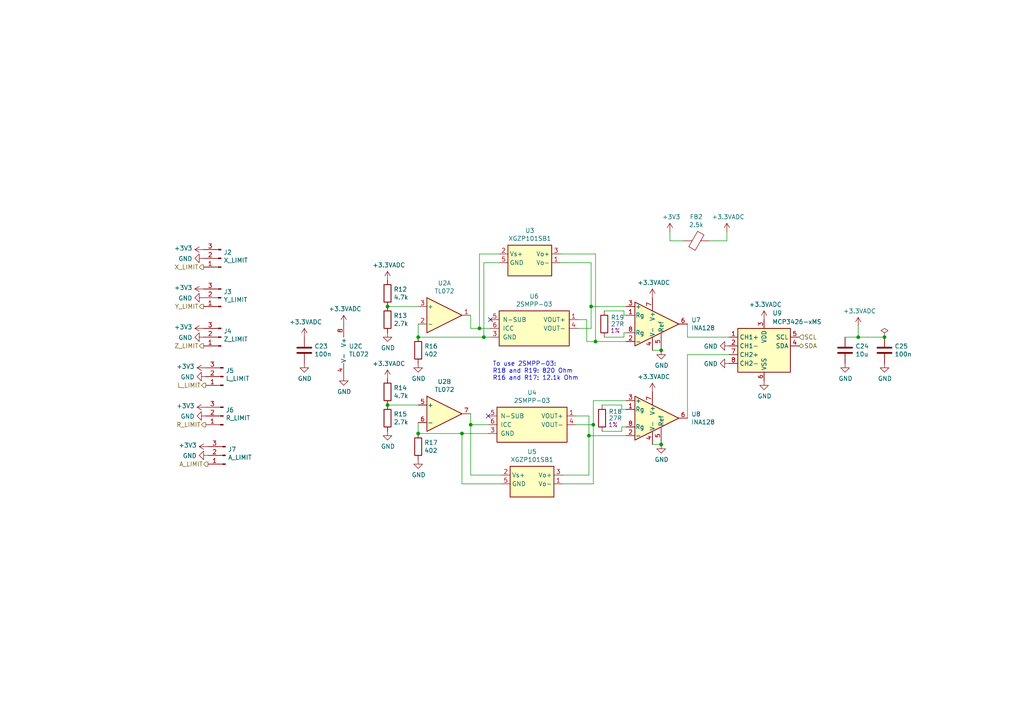
<source format=kicad_sch>
(kicad_sch (version 20211123) (generator eeschema)
  (paper "A4")
  (title_block (title "Index Mobo") (date "2021-02-19") (rev "${version}"))
  (lib_symbols
    (symbol "Amplifier_Instrumentation:INA128" (pin_names (offset 0.127))
      (property "Reference" "U" (at 3.81 3.175 0))
      (property "Value" "INA128" (at 3.81 -3.175 0))
      (symbol "INA128_0_1"
        (polyline (pts (xy 7.62 0) (xy -5.08 6.35) (xy -5.08 -6.35) (xy 7.62 0)) (stroke (width 0.254)) (fill (type background)))
      )
      (symbol "INA128_1_1"
        (pin passive line (at -7.62 2.54 0) (length 2.54) (name "Rg") (number "1"))
        (pin input line (at -7.62 -5.08 0) (length 2.54) (name "-") (number "2"))
        (pin input line (at -7.62 5.08 0) (length 2.54) (name "+") (number "3"))
        (pin power_in line (at 0 -7.62 90) (length 3.81) (name "V-") (number "4"))
        (pin input line (at 2.54 -7.62 90) (length 5.08) (name "Ref") (number "5"))
        (pin output line (at 10.16 0 180) (length 2.54) (name "~") (number "6"))
        (pin power_in line (at 0 7.62 270) (length 3.81) (name "V+") (number "7"))
        (pin passive line (at -7.62 -2.54 0) (length 2.54) (name "Rg") (number "8"))
      )
    )
    (symbol "Amplifier_Operational:TL072" (pin_names (offset 0.127))
      (property "Reference" "U" (at 0 5.08 0))
      (property "Value" "TL072" (at 0 -5.08 0))
      (symbol "TL072_1_1"
        (polyline (pts (xy -5.08 5.08) (xy 5.08 0) (xy -5.08 -5.08) (xy -5.08 5.08)) (stroke (width 0.254)) (fill (type background)))
        (pin output line (at 7.62 0 180) (length 2.54) (name "~") (number "1"))
        (pin input line (at -7.62 -2.54 0) (length 2.54) (name "-") (number "2"))
        (pin input line (at -7.62 2.54 0) (length 2.54) (name "+") (number "3"))
      )
      (symbol "TL072_2_1"
        (polyline (pts (xy -5.08 5.08) (xy 5.08 0) (xy -5.08 -5.08) (xy -5.08 5.08)) (stroke (width 0.254)) (fill (type background)))
        (pin input line (at -7.62 2.54 0) (length 2.54) (name "+") (number "5"))
        (pin input line (at -7.62 -2.54 0) (length 2.54) (name "-") (number "6"))
        (pin output line (at 7.62 0 180) (length 2.54) (name "~") (number "7"))
      )
      (symbol "TL072_3_1"
        (pin power_in line (at -2.54 -7.62 90) (length 3.81) (name "V-") (number "4"))
        (pin power_in line (at -2.54 7.62 270) (length 3.81) (name "V+") (number "8"))
      )
    )
    (symbol "Analog_ADC:MCP3426-xMS"
      (property "Reference" "U" (at -3.81 8.89 0))
      (property "Value" "MCP3426-xMS" (at 2.54 8.89 0))
      (symbol "MCP3426-xMS_0_1"
        (rectangle (start -7.62 7.62) (end 7.62 -5.08) (stroke (width 0.254)) (fill (type background)))
      )
      (symbol "MCP3426-xMS_1_1"
        (pin input line (at -10.16 5.08 0) (length 2.54) (name "CH1+") (number "1"))
        (pin input line (at -10.16 2.54 0) (length 2.54) (name "CH1-") (number "2"))
        (pin power_in line (at 0 10.16 270) (length 2.54) (name "VDD") (number "3"))
        (pin bidirectional line (at 10.16 2.54 180) (length 2.54) (name "SDA") (number "4"))
        (pin input line (at 10.16 5.08 180) (length 2.54) (name "SCL") (number "5"))
        (pin power_in line (at 0 -7.62 90) (length 2.54) (name "VSS") (number "6"))
        (pin input line (at -10.16 0 0) (length 2.54) (name "CH2+") (number "7"))
        (pin input line (at -10.16 -2.54 0) (length 2.54) (name "CH2-") (number "8"))
      )
    )
    (symbol "Connector:Conn_01x03_Male" (pin_names (offset 1.016) hide)
      (property "Reference" "J" (at 0 5.08 0))
      (property "Value" "Conn_01x03_Male" (at 0 -5.08 0))
      (symbol "Conn_01x03_Male_1_1"
        (polyline (pts (xy 1.27 -2.54) (xy 0.8636 -2.54)) (stroke (width 0.1524)))
        (polyline (pts (xy 1.27 0) (xy 0.8636 0)) (stroke (width 0.1524)))
        (polyline (pts (xy 1.27 2.54) (xy 0.8636 2.54)) (stroke (width 0.1524)))
        (rectangle (start 0.8636 -2.413) (end 0 -2.667) (stroke (width 0.1524)) (fill (type outline)))
        (rectangle (start 0.8636 0.127) (end 0 -0.127) (stroke (width 0.1524)) (fill (type outline)))
        (rectangle (start 0.8636 2.667) (end 0 2.413) (stroke (width 0.1524)) (fill (type outline)))
        (pin passive line (at 5.08 2.54 180) (length 3.81) (name "Pin_1") (number "1"))
        (pin passive line (at 5.08 0 180) (length 3.81) (name "Pin_2") (number "2"))
        (pin passive line (at 5.08 -2.54 180) (length 3.81) (name "Pin_3") (number "3"))
      )
    )
    (symbol "Device:C" (pin_numbers hide) (pin_names (offset 0.254))
      (property "Reference" "C" (at 0.635 2.54 0))
      (property "Value" "C" (at 0.635 -2.54 0))
      (symbol "C_0_1"
        (polyline (pts (xy -2.032 -0.762) (xy 2.032 -0.762)) (stroke (width 0.508)))
        (polyline (pts (xy -2.032 0.762) (xy 2.032 0.762)) (stroke (width 0.508)))
      )
      (symbol "C_1_1"
        (pin passive line (at 0 3.81 270) (length 2.794) (name "~") (number "1"))
        (pin passive line (at 0 -3.81 90) (length 2.794) (name "~") (number "2"))
      )
    )
    (symbol "Device:Ferrite_Bead" (pin_numbers hide) (pin_names (offset 0))
      (property "Reference" "FB" (at -3.81 0.635 90))
      (property "Value" "Device_Ferrite_Bead" (at 3.81 0 90))
      (symbol "Ferrite_Bead_0_1"
        (polyline (pts (xy 0 -1.27) (xy 0 -1.2192)))
        (polyline (pts (xy 0 1.27) (xy 0 1.2954)))
        (polyline (pts (xy -2.7686 0.4064) (xy -1.7018 2.2606) (xy 2.7686 -0.3048) (xy 1.6764 -2.159) (xy -2.7686 0.4064)))
      )
      (symbol "Ferrite_Bead_1_1"
        (pin passive line (at 0 3.81 270) (length 2.54) (name "~") (number "1"))
        (pin passive line (at 0 -3.81 90) (length 2.54) (name "~") (number "2"))
      )
    )
    (symbol "Device:R" (pin_numbers hide) (pin_names (offset 0))
      (property "Reference" "R" (at 2.032 0 90))
      (property "Value" "R" (at 0 0 90))
      (symbol "R_0_1"
        (rectangle (start -1.016 -2.54) (end 1.016 2.54) (stroke (width 0.254)))
      )
      (symbol "R_1_1"
        (pin passive line (at 0 3.81 270) (length 1.27) (name "~") (number "1"))
        (pin passive line (at 0 -3.81 90) (length 1.27) (name "~") (number "2"))
      )
    )
    (symbol "index:2SMPP-03" (pin_names (offset 1.016))
      (property "Reference" "U" (at -8.89 6.35 0))
      (property "Value" "2SMPP-03" (at 5.08 7.62 0))
      (symbol "2SMPP-03_0_1"
        (rectangle (start -10.16 5.08) (end 10.16 -5.08) (stroke (width 0.254)) (fill (type background)))
      )
      (symbol "2SMPP-03_1_1"
        (pin output line (at 12.7 2.54 180) (length 2.54) (name "VOUT+") (number "1"))
        (pin no_connect line (at -10.16 -2.54 0) (length 2.54) hide (name "NC") (number "2"))
        (pin passive line (at -12.7 -2.54 0) (length 2.54) (name "GND") (number "3"))
        (pin output line (at 12.7 0 180) (length 2.54) (name "VOUT-") (number "4"))
        (pin passive line (at -12.7 2.54 0) (length 2.54) (name "N-SUB") (number "5"))
        (pin passive line (at -12.7 0 0) (length 2.54) (name "ICC") (number "6"))
      )
    )
    (symbol "index:XGZP"
      (property "Reference" "U" (at 3.81 -8.89 0))
      (property "Value" "XGZP" (at 5.08 -6.35 0))
      (symbol "XGZP_0_1"
        (rectangle (start -6.35 5.08) (end 6.35 -3.81) (stroke (width 0.254)) (fill (type background)))
      )
      (symbol "XGZP_1_1"
        (pin passive line (at 8.89 0 180) (length 2.54) (name "Vo-") (number "1"))
        (pin input line (at -8.89 2.54 0) (length 2.54) (name "Vs+") (number "2"))
        (pin passive line (at 8.89 2.54 180) (length 2.54) (name "Vo+") (number "3"))
        (pin input line (at -8.89 0 0) (length 2.54) (name "GND") (number "5"))
        (pin passive line (at 8.89 0 180) (length 2.54) hide (name "Vo-") (number "6"))
      )
    )
    (symbol "power:+3.3V" (power) (pin_names (offset 0))
      (property "Value" "+3.3V" (at 0 3.556 0))
      (symbol "+3.3V_0_1"
        (polyline (pts (xy -0.762 1.27) (xy 0 2.54)))
        (polyline (pts (xy 0 0) (xy 0 2.54)))
        (polyline (pts (xy 0 2.54) (xy 0.762 1.27)))
      )
      (symbol "+3.3V_1_1"
        (pin power_in line (at 0 0 90) (length 0) hide (name "+3V3") (number "1"))
      )
    )
    (symbol "power:+3.3VADC" (power) (pin_names (offset 0))
      (property "Value" "+3.3VADC" (at 0 2.54 0))
      (symbol "+3.3VADC_0_0"
        (pin power_in line (at 0 0 90) (length 0) hide (name "+3.3VADC") (number "1"))
      )
      (symbol "+3.3VADC_0_1"
        (polyline (pts (xy -0.762 1.27) (xy 0 2.54)))
        (polyline (pts (xy 0 0) (xy 0 2.54)))
        (polyline (pts (xy 0 2.54) (xy 0.762 1.27)))
      )
    )
    (symbol "power:GND" (power) (pin_names (offset 0))
      (property "Value" "GND" (at 0 -3.81 0))
      (symbol "GND_0_1"
        (polyline (pts (xy 0 0) (xy 0 -1.27) (xy 1.27 -1.27) (xy 0 -2.54) (xy -1.27 -1.27) (xy 0 -1.27)))
      )
      (symbol "GND_1_1"
        (pin power_in line (at 0 0 270) (length 0) hide (name "GND") (number "1"))
      )
    )
    (symbol "power:PWR_FLAG" (power) (pin_numbers hide) (pin_names (offset 0) hide)
      (property "Value" "PWR_FLAG" (at 0 3.81 0))
      (symbol "PWR_FLAG_0_0"
        (pin power_out line (at 0 0 90) (length 0) (name "pwr") (number "1"))
      )
      (symbol "PWR_FLAG_0_1"
        (polyline (pts (xy 0 0) (xy 0 1.27) (xy -1.016 1.905) (xy 0 2.54) (xy 1.016 1.905) (xy 0 1.27)))
      )
    )
  )
  (junction (at 248.92 97.79))
  (junction (at 256.54 97.79))
  (junction (at 170.815 126.365))
  (junction (at 191.77 101.6))
  (junction (at 136.525 123.19))
  (junction (at 133.985 125.73))
  (junction (at 171.45 88.9))
  (junction (at 121.285 125.73))
  (junction (at 140.335 97.79))
  (junction (at 191.77 128.905))
  (junction (at 112.395 88.9))
  (junction (at 112.395 117.475))
  (junction (at 172.72 99.06))
  (junction (at 139.065 95.25))
  (junction (at 172.085 123.19))
  (junction (at 121.285 97.79))
  (no_connect (at 141.605 120.65))
  (no_connect (at 142.24 92.71))
  (wire (pts (xy 180.975 91.44) (xy 181.61 91.44)))
  (wire (pts (xy 171.45 95.25) (xy 171.45 88.9)))
  (wire (pts (xy 245.11 97.79) (xy 248.92 97.79)))
  (wire (pts (xy 170.815 120.65) (xy 170.815 126.365)))
  (wire (pts (xy 174.625 117.475) (xy 180.34 117.475)))
  (wire (pts (xy 170.815 126.365) (xy 181.61 126.365)))
  (wire (pts (xy 136.525 91.44) (xy 136.525 95.25)))
  (wire (pts (xy 140.335 76.2) (xy 140.335 97.79)))
  (wire (pts (xy 211.455 102.87) (xy 199.39 102.87)))
  (wire (pts (xy 180.975 96.52) (xy 181.61 96.52)))
  (wire (pts (xy 170.18 99.06) (xy 172.72 99.06)))
  (wire (pts (xy 180.975 90.17) (xy 180.975 91.44)))
  (wire (pts (xy 248.92 97.79) (xy 256.54 97.79)))
  (wire (pts (xy 172.72 99.06) (xy 181.61 99.06)))
  (wire (pts (xy 163.195 137.795) (xy 170.815 137.795)))
  (wire (pts (xy 172.085 116.205) (xy 181.61 116.205)))
  (wire (pts (xy 199.39 121.285) (xy 199.39 102.87)))
  (wire (pts (xy 194.31 67.31) (xy 194.31 69.85)))
  (wire (pts (xy 139.065 73.66) (xy 139.065 95.25)))
  (wire (pts (xy 191.77 128.905) (xy 189.23 128.905)))
  (wire (pts (xy 133.985 140.335) (xy 133.985 125.73)))
  (wire (pts (xy 170.18 92.71) (xy 170.18 99.06)))
  (wire (pts (xy 167.64 95.25) (xy 171.45 95.25)))
  (wire (pts (xy 191.77 101.6) (xy 189.23 101.6)))
  (wire (pts (xy 180.34 117.475) (xy 180.34 118.745)))
  (wire (pts (xy 162.56 76.2) (xy 171.45 76.2)))
  (wire (pts (xy 170.815 137.795) (xy 170.815 126.365)))
  (wire (pts (xy 180.34 123.825) (xy 180.34 125.095)))
  (wire (pts (xy 142.24 97.79) (xy 140.335 97.79)))
  (wire (pts (xy 162.56 73.66) (xy 172.72 73.66)))
  (wire (pts (xy 175.26 90.17) (xy 180.975 90.17)))
  (wire (pts (xy 210.82 69.85) (xy 205.74 69.85)))
  (wire (pts (xy 133.985 125.73) (xy 141.605 125.73)))
  (wire (pts (xy 180.34 125.095) (xy 174.625 125.095)))
  (wire (pts (xy 136.525 95.25) (xy 139.065 95.25)))
  (wire (pts (xy 121.285 125.73) (xy 121.285 122.555)))
  (wire (pts (xy 167.64 92.71) (xy 170.18 92.71)))
  (wire (pts (xy 121.285 88.9) (xy 112.395 88.9)))
  (wire (pts (xy 211.455 97.79) (xy 199.39 97.79)))
  (wire (pts (xy 139.065 73.66) (xy 144.78 73.66)))
  (wire (pts (xy 140.335 97.79) (xy 121.285 97.79)))
  (wire (pts (xy 167.005 123.19) (xy 172.085 123.19)))
  (wire (pts (xy 180.34 118.745) (xy 181.61 118.745)))
  (wire (pts (xy 136.525 137.795) (xy 136.525 123.19)))
  (wire (pts (xy 145.415 137.795) (xy 136.525 137.795)))
  (wire (pts (xy 194.31 69.85) (xy 198.12 69.85)))
  (wire (pts (xy 199.39 93.98) (xy 199.39 97.79)))
  (wire (pts (xy 172.085 123.19) (xy 172.085 116.205)))
  (wire (pts (xy 139.065 95.25) (xy 142.24 95.25)))
  (wire (pts (xy 248.92 94.615) (xy 248.92 97.79)))
  (wire (pts (xy 180.34 123.825) (xy 181.61 123.825)))
  (wire (pts (xy 136.525 123.19) (xy 141.605 123.19)))
  (wire (pts (xy 167.005 120.65) (xy 170.815 120.65)))
  (wire (pts (xy 180.975 96.52) (xy 180.975 97.79)))
  (wire (pts (xy 210.82 67.31) (xy 210.82 69.85)))
  (wire (pts (xy 172.085 140.335) (xy 172.085 123.19)))
  (wire (pts (xy 171.45 76.2) (xy 171.45 88.9)))
  (wire (pts (xy 171.45 88.9) (xy 181.61 88.9)))
  (wire (pts (xy 145.415 140.335) (xy 133.985 140.335)))
  (wire (pts (xy 121.285 125.73) (xy 133.985 125.73)))
  (wire (pts (xy 121.285 93.98) (xy 121.285 97.79)))
  (wire (pts (xy 172.72 73.66) (xy 172.72 99.06)))
  (wire (pts (xy 180.975 97.79) (xy 175.26 97.79)))
  (wire (pts (xy 140.335 76.2) (xy 144.78 76.2)))
  (wire (pts (xy 163.195 140.335) (xy 172.085 140.335)))
  (wire (pts (xy 136.525 120.015) (xy 136.525 123.19)))
  (wire (pts (xy 121.285 117.475) (xy 112.395 117.475)))
  (text "To use 2SMPP-03:\nR18 and R19: 820 Ohm\nR16 and R17: 12.1k Ohm" (at 142.875 110.49 0) (effects (font (size 1.27 1.27)) (justify left bottom)))
  (hierarchical_label "Y_LIMIT" (shape output) (at 59.055 88.9 180))
  (hierarchical_label "SDA" (shape bidirectional) (at 231.775 100.33 0))
  (hierarchical_label "A_LIMIT" (shape output) (at 60.325 134.62 180))
  (hierarchical_label "Z_LIMIT" (shape output) (at 59.055 100.33 180))
  (hierarchical_label "SCL" (shape input) (at 231.775 97.79 0))
  (hierarchical_label "R_LIMIT" (shape output) (at 59.69 123.19 180))
  (hierarchical_label "L_LIMIT" (shape output) (at 59.69 111.76 180))
  (hierarchical_label "X_LIMIT" (shape output) (at 59.055 77.47 180))
  (symbol (lib_id "Connector:Conn_01x03_Male") (at 64.135 74.93 180) (unit 1)
    (property "Reference" "J2" (at 64.8462 73.2028 0) (effects (justify right)))
    (property "Value" "X_LIMIT" (at 64.8462 75.5142 0) (effects (justify right)))
    (property "Footprint" "Connector_JST:JST_XH_B3B-XH-A_1x03_P2.50mm_Vertical" (effects hide))
    (property "LCSC" "C2316" (effects hide))
    (property "JLCPCB" "C2316" (effects hide))
    (property "Digikey" "455-2248-ND" (effects hide))
  )
  (symbol (lib_id "Connector:Conn_01x03_Male") (at 64.135 86.36 180) (unit 1)
    (property "Reference" "J3" (at 64.8462 84.6328 0) (effects (justify right)))
    (property "Value" "Y_LIMIT" (at 64.8462 86.9442 0) (effects (justify right)))
    (property "Footprint" "Connector_JST:JST_XH_B3B-XH-A_1x03_P2.50mm_Vertical" (effects hide))
    (property "LCSC" "C2316" (effects hide))
    (property "JLCPCB" "C2316" (effects hide))
    (property "Digikey" "455-2248-ND" (effects hide))
  )
  (symbol (lib_id "Connector:Conn_01x03_Male") (at 64.135 97.79 180) (unit 1)
    (property "Reference" "J4" (at 64.8462 96.0628 0) (effects (justify right)))
    (property "Value" "Z_LIMIT" (at 64.8462 98.3742 0) (effects (justify right)))
    (property "Footprint" "Connector_JST:JST_XH_B3B-XH-A_1x03_P2.50mm_Vertical" (effects hide))
    (property "LCSC" "C2316" (effects hide))
    (property "JLCPCB" "C2316" (effects hide))
    (property "Digikey" "455-2248-ND" (effects hide))
  )
  (symbol (lib_id "Connector:Conn_01x03_Male") (at 64.77 109.22 180) (unit 1)
    (property "Reference" "J5" (at 65.4812 107.4928 0) (effects (justify right)))
    (property "Value" "L_LIMIT" (at 65.4812 109.8042 0) (effects (justify right)))
    (property "Footprint" "Connector_JST:JST_XH_B3B-XH-A_1x03_P2.50mm_Vertical" (effects hide))
    (property "LCSC" "C2316" (effects hide))
    (property "JLCPCB" "C2316" (effects hide))
    (property "Digikey" "455-2248-ND" (effects hide))
  )
  (symbol (lib_id "power:GND") (at 112.395 125.095 0) (unit 1)
    (property "Reference" "#PWR0102" (effects hide))
    (property "Value" "GND" (at 112.522 129.4892 0))
  )
  (symbol (lib_id "index:2SMPP-03") (at 154.305 123.19 0) (unit 1)
    (property "Reference" "U4" (at 154.305 113.8682 0))
    (property "Value" "2SMPP-03" (at 154.305 116.1796 0))
    (property "Footprint" "index:2SMPP-03" (effects hide))
    (property "Datasheet" "https://omronfs.omron.com/en_US/ecb/products/pdf/en-2smpp-03.pdf" (effects hide))
    (property "Mouser" "653-2SMPP-03" (effects hide))
    (property "Config" "+2SMPP" (effects hide))
    (property "Digikey" "Z3639-ND" (effects hide))
  )
  (symbol (lib_id "Amplifier_Instrumentation:INA128") (at 189.23 93.98 0) (unit 1)
    (property "Reference" "U7" (at 200.5076 92.8116 0) (effects (justify left)))
    (property "Value" "INA128" (at 200.5076 95.123 0) (effects (justify left)))
    (property "Footprint" "Package_SO:SOIC-8_3.9x4.9mm_P1.27mm" (effects hide))
    (property "Datasheet" "http://www.ti.com/lit/ds/symlink/ina128.pdf" (effects hide))
    (property "JLCPCB" "C22233" (effects hide))
    (property "LCSC" "C22233" (effects hide))
    (property "Digikey" "296-26057-1-ND" (effects hide))
    (property "Mouser" "595-INA128U/2K5" (effects hide))
  )
  (symbol (lib_id "power:+3.3V") (at 59.055 72.39 90) (unit 1)
    (property "Reference" "#PWR083" (effects hide))
    (property "Value" "+3.3V" (at 55.8038 72.009 90) (effects (justify left)))
  )
  (symbol (lib_id "power:+3.3V") (at 59.055 83.82 90) (unit 1)
    (property "Reference" "#PWR085" (effects hide))
    (property "Value" "+3.3V" (at 55.8038 83.439 90) (effects (justify left)))
  )
  (symbol (lib_id "power:GND") (at 59.055 74.93 270) (unit 1)
    (property "Reference" "#PWR084" (effects hide))
    (property "Value" "GND" (at 55.8038 75.057 90) (effects (justify right)))
  )
  (symbol (lib_id "power:GND") (at 59.055 86.36 270) (unit 1)
    (property "Reference" "#PWR086" (effects hide))
    (property "Value" "GND" (at 55.8038 86.487 90) (effects (justify right)))
  )
  (symbol (lib_id "power:GND") (at 191.77 101.6 0) (unit 1)
    (property "Reference" "#PWR0107" (effects hide))
    (property "Value" "GND" (at 191.897 105.9942 0))
  )
  (symbol (lib_id "power:GND") (at 59.055 97.79 270) (unit 1)
    (property "Reference" "#PWR088" (effects hide))
    (property "Value" "GND" (at 55.8038 97.917 90) (effects (justify right)))
  )
  (symbol (lib_id "power:+3.3V") (at 59.055 95.25 90) (unit 1)
    (property "Reference" "#PWR087" (effects hide))
    (property "Value" "+3.3V" (at 55.8038 94.869 90) (effects (justify left)))
  )
  (symbol (lib_id "power:+3.3VADC") (at 248.92 94.615 0) (unit 1)
    (property "Reference" "#PWR0116" (effects hide))
    (property "Value" "+3.3VADC" (at 249.301 90.2208 0))
  )
  (symbol (lib_id "Device:Ferrite_Bead") (at 201.93 69.85 270) (unit 1)
    (property "Reference" "FB2" (at 201.93 62.8904 90))
    (property "Value" "2.5k" (at 201.93 65.2018 90))
    (property "Footprint" "Inductor_SMD:L_0805_2012Metric" (effects hide))
    (property "LCSC" "C316257" (effects hide))
    (property "JLCPCB" "C1017" (effects hide))
    (property "Manufacturer" "a" (effects hide))
    (property "Partnumber" "a" (effects hide))
  )
  (symbol (lib_id "power:GND") (at 59.69 109.22 270) (unit 1)
    (property "Reference" "#PWR090" (effects hide))
    (property "Value" "GND" (at 56.4388 109.347 90) (effects (justify right)))
  )
  (symbol (lib_id "power:+3.3V") (at 59.69 106.68 90) (unit 1)
    (property "Reference" "#PWR089" (effects hide))
    (property "Value" "+3.3V" (at 56.4388 106.299 90) (effects (justify left)))
  )
  (symbol (lib_id "power:+3.3VADC") (at 221.615 92.71 0) (unit 1)
    (property "Reference" "#PWR0113" (effects hide))
    (property "Value" "+3.3VADC" (at 221.996 88.3158 0))
  )
  (symbol (lib_id "power:+3.3V") (at 194.31 67.31 0) (unit 1)
    (property "Reference" "#PWR0109" (effects hide))
    (property "Value" "+3.3V" (at 194.691 62.9158 0))
  )
  (symbol (lib_id "power:+3.3VADC") (at 189.23 86.36 0) (unit 1)
    (property "Reference" "#PWR0105" (effects hide))
    (property "Value" "+3.3VADC" (at 189.611 81.9658 0))
  )
  (symbol (lib_id "Amplifier_Instrumentation:INA128") (at 189.23 121.285 0) (unit 1)
    (property "Reference" "U8" (at 200.5076 120.1166 0) (effects (justify left)))
    (property "Value" "INA128" (at 200.5076 122.428 0) (effects (justify left)))
    (property "Footprint" "Package_SO:SOIC-8_3.9x4.9mm_P1.27mm" (effects hide))
    (property "Datasheet" "http://www.ti.com/lit/ds/symlink/ina128.pdf" (effects hide))
    (property "JLCPCB" "C22233" (effects hide))
    (property "LCSC" "C22233" (effects hide))
    (property "Digikey" "296-26057-1-ND" (effects hide))
    (property "Mouser" "595-INA128U/2K5" (effects hide))
  )
  (symbol (lib_id "power:GND") (at 191.77 128.905 0) (unit 1)
    (property "Reference" "#PWR0108" (effects hide))
    (property "Value" "GND" (at 191.897 133.2992 0))
  )
  (symbol (lib_id "power:+3.3VADC") (at 189.23 113.665 0) (unit 1)
    (property "Reference" "#PWR0106" (effects hide))
    (property "Value" "+3.3VADC" (at 189.611 109.2708 0))
  )
  (symbol (lib_id "power:PWR_FLAG") (at 256.54 97.79 0) (unit 1)
    (property "Reference" "#FLG022" (effects hide))
    (property "Value" "PWR_FLAG" (effects hide))
  )
  (symbol (lib_id "power:+3.3VADC") (at 112.395 109.855 0) (unit 1)
    (property "Reference" "#PWR0101" (effects hide))
    (property "Value" "+3.3VADC" (at 112.776 105.4608 0))
  )
  (symbol (lib_id "Device:R") (at 112.395 92.71 0) (unit 1)
    (property "Reference" "R13" (at 114.173 91.5416 0) (effects (justify left)))
    (property "Value" "2.7k" (at 114.173 93.853 0) (effects (justify left)))
    (property "Footprint" "Resistor_SMD:R_0805_2012Metric" (effects hide))
    (property "Digikey" "A129754CT-ND" (effects hide))
    (property "JLCPCB" "C17530" (effects hide))
    (property "LCSC" "C139909" (effects hide))
    (property "Mouser" "652-CR0805FX-2701ELF" (effects hide))
    (property "Notes" "1%" (effects hide))
  )
  (symbol (lib_id "Device:R") (at 112.395 85.09 0) (unit 1)
    (property "Reference" "R12" (at 114.173 83.9216 0) (effects (justify left)))
    (property "Value" "4.7k" (at 114.173 86.233 0) (effects (justify left)))
    (property "Footprint" "Resistor_SMD:R_0805_2012Metric" (effects hide))
    (property "Digikey" "A129757CT-ND" (effects hide))
    (property "JLCPCB" "C17673" (effects hide))
    (property "LCSC" "C17673" (effects hide))
    (property "Mouser" "71-CRCW08054K70FKEAC" (effects hide))
    (property "Notes" "1%" (effects hide))
  )
  (symbol (lib_id "Device:R") (at 112.395 113.665 0) (unit 1)
    (property "Reference" "R14" (at 114.173 112.4966 0) (effects (justify left)))
    (property "Value" "4.7k" (at 114.173 114.808 0) (effects (justify left)))
    (property "Footprint" "Resistor_SMD:R_0805_2012Metric" (effects hide))
    (property "Digikey" "A129757CT-ND" (effects hide))
    (property "JLCPCB" "C17673" (effects hide))
    (property "LCSC" "C17673" (effects hide))
    (property "Mouser" "71-CRCW08054K70FKEAC" (effects hide))
    (property "Notes" "1%" (effects hide))
  )
  (symbol (lib_id "power:GND") (at 211.455 105.41 270) (unit 1)
    (property "Reference" "#PWR0112" (effects hide))
    (property "Value" "GND" (at 208.2038 105.537 90) (effects (justify right)))
  )
  (symbol (lib_id "power:GND") (at 211.455 100.33 270) (unit 1)
    (property "Reference" "#PWR0111" (effects hide))
    (property "Value" "GND" (at 208.2038 100.457 90) (effects (justify right)))
  )
  (symbol (lib_id "power:+3.3VADC") (at 99.695 93.98 0) (unit 1)
    (property "Reference" "#PWR097" (effects hide))
    (property "Value" "+3.3VADC" (at 100.076 89.5858 0))
  )
  (symbol (lib_id "Device:R") (at 112.395 121.285 0) (unit 1)
    (property "Reference" "R15" (at 114.173 120.1166 0) (effects (justify left)))
    (property "Value" "2.7k" (at 114.173 122.428 0) (effects (justify left)))
    (property "Footprint" "Resistor_SMD:R_0805_2012Metric" (effects hide))
    (property "Digikey" "A129754CT-ND" (effects hide))
    (property "JLCPCB" "C17530" (effects hide))
    (property "LCSC" "C139909" (effects hide))
    (property "Mouser" "652-CR0805FX-2701ELF" (effects hide))
    (property "Notes" "1%" (effects hide))
  )
  (symbol (lib_id "Amplifier_Operational:TL072") (at 128.905 91.44 0) (unit 1)
    (property "Reference" "U2" (at 128.905 82.1182 0))
    (property "Value" "TL072" (at 128.905 84.4296 0))
    (property "Footprint" "Package_SO:SOIC-8_3.9x4.9mm_P1.27mm" (effects hide))
    (property "Datasheet" "http://www.ti.com/lit/ds/symlink/tl071.pdf" (effects hide))
    (property "LCSC" "C6962" (effects hide))
    (property "Digikey" "296-7194-1-ND" (effects hide))
    (property "JLCPCB" "C6962" (effects hide))
    (property "Mouser" "595-TL072IDR" (effects hide))
  )
  (symbol (lib_id "Amplifier_Operational:TL072") (at 128.905 120.015 0) (unit 2)
    (property "Reference" "U2" (at 128.905 110.6932 0))
    (property "Value" "TL072" (at 128.905 113.0046 0))
    (property "Footprint" "Package_SO:SOIC-8_3.9x4.9mm_P1.27mm" (effects hide))
    (property "Datasheet" "http://www.ti.com/lit/ds/symlink/tl071.pdf" (effects hide))
    (property "LCSC" "C6962" (effects hide))
    (property "Digikey" "296-7194-1-ND" (effects hide))
    (property "JLCPCB" "C6962" (effects hide))
    (property "Mouser" "595-TL072IDR" (effects hide))
  )
  (symbol (lib_id "Amplifier_Operational:TL072") (at 102.235 101.6 0) (unit 3)
    (property "Reference" "U2" (at 101.1682 100.4316 0) (effects (justify left)))
    (property "Value" "TL072" (at 101.1682 102.743 0) (effects (justify left)))
    (property "Footprint" "Package_SO:SOIC-8_3.9x4.9mm_P1.27mm" (effects hide))
    (property "Datasheet" "http://www.ti.com/lit/ds/symlink/tl071.pdf" (effects hide))
    (property "LCSC" "C6962" (effects hide))
    (property "Digikey" "296-7194-1-ND" (effects hide))
    (property "JLCPCB" "C6962" (effects hide))
    (property "Mouser" "595-TL072IDR" (effects hide))
  )
  (symbol (lib_id "index:XGZP") (at 153.67 76.2 0) (unit 1)
    (property "Reference" "U3" (at 153.67 66.8782 0))
    (property "Value" "XGZP101SB1" (at 153.67 69.1896 0))
    (property "Footprint" "index:SO-6_7x7mm_P2.54mm" (effects hide))
    (property "Datasheet" "http://m.eleparts.co.kr/data/goods_old/data/XGZP_SOP6.pdf" (effects hide))
    (property "Config" "-2SMPP" (effects hide))
  )
  (symbol (lib_id "power:GND") (at 121.285 133.35 0) (unit 1)
    (property "Reference" "#PWR0104" (effects hide))
    (property "Value" "GND" (at 121.412 137.7442 0))
  )
  (symbol (lib_id "Device:R") (at 121.285 101.6 0) (unit 1)
    (property "Reference" "R16" (at 123.063 100.4316 0) (effects (justify left)))
    (property "Value" "402" (at 123.063 102.743 0) (effects (justify left)))
    (property "Footprint" "Resistor_SMD:R_0805_2012Metric" (effects hide))
    (property "LCSC" "C204479" (effects hide))
    (property "Notes" "1%" (effects hide))
    (property "2SMPP:Digikey" "TBD" (effects hide))
    (property "2SMPP:JLCPCB" "TBD" (effects hide))
    (property "2SMPP:LCSC" "TBD" (effects hide))
    (property "2SMPP:Mouser" "TBD" (effects hide))
    (property "2SMPP:Value" "12.1k" (effects hide))
  )
  (symbol (lib_id "power:GND") (at 121.285 105.41 0) (unit 1)
    (property "Reference" "#PWR0103" (effects hide))
    (property "Value" "GND" (at 121.412 109.8042 0))
  )
  (symbol (lib_id "power:GND") (at 112.395 96.52 0) (unit 1)
    (property "Reference" "#PWR0100" (effects hide))
    (property "Value" "GND" (at 112.522 100.9142 0))
  )
  (symbol (lib_id "power:+3.3VADC") (at 112.395 81.28 0) (unit 1)
    (property "Reference" "#PWR099" (effects hide))
    (property "Value" "+3.3VADC" (at 112.776 76.8858 0))
  )
  (symbol (lib_id "index:XGZP") (at 154.305 140.335 0) (unit 1)
    (property "Reference" "U5" (at 154.305 131.0132 0))
    (property "Value" "XGZP101SB1" (at 154.305 133.3246 0))
    (property "Footprint" "index:SO-6_7x7mm_P2.54mm" (effects hide))
    (property "Datasheet" "http://m.eleparts.co.kr/data/goods_old/data/XGZP_SOP6.pdf" (effects hide))
    (property "Config" "-2SMPP" (effects hide))
  )
  (symbol (lib_id "power:GND") (at 99.695 109.22 0) (unit 1)
    (property "Reference" "#PWR098" (effects hide))
    (property "Value" "GND" (at 99.822 113.6142 0))
  )
  (symbol (lib_id "Device:C") (at 256.54 101.6 0) (unit 1)
    (property "Reference" "C25" (at 259.461 100.4316 0) (effects (justify left)))
    (property "Value" "100n" (at 259.461 102.743 0) (effects (justify left)))
    (property "Footprint" "Capacitor_SMD:C_0805_2012Metric" (effects hide))
    (property "JLCPCB" "C49678" (effects hide))
    (property "LCSC" "C360619" (effects hide))
    (property "Mouser" "581-08055C104K" (effects hide))
    (property "Digikey" "1276-1180-1-ND" (effects hide))
  )
  (symbol (lib_id "power:GND") (at 256.54 105.41 0) (unit 1)
    (property "Reference" "#PWR0117" (effects hide))
    (property "Value" "GND" (at 256.667 109.8042 0))
  )
  (symbol (lib_id "power:GND") (at 245.11 105.41 0) (unit 1)
    (property "Reference" "#PWR0115" (effects hide))
    (property "Value" "GND" (at 245.237 109.8042 0))
  )
  (symbol (lib_id "Device:C") (at 245.11 101.6 0) (unit 1)
    (property "Reference" "C24" (at 248.1072 100.4316 0) (effects (justify left)))
    (property "Value" "10u" (at 248.1072 102.743 0) (effects (justify left)))
    (property "Footprint" "Capacitor_SMD:C_0805_2012Metric" (effects hide))
    (property "JLCPCB" "C15850" (effects hide))
    (property "LCSC" "C17024" (effects hide))
    (property "Digikey" "490-18663-1-ND" (effects hide))
    (property "Mouser" "81-GRM21BR61H106KE3L" (effects hide))
  )
  (symbol (lib_id "power:GND") (at 221.615 110.49 0) (unit 1)
    (property "Reference" "#PWR0114" (effects hide))
    (property "Value" "GND" (at 221.742 114.8842 0))
  )
  (symbol (lib_id "Analog_ADC:MCP3426-xMS") (at 221.615 102.87 0) (unit 1)
    (property "Reference" "U9" (at 225.425 90.805 0))
    (property "Value" "MCP3426-xMS" (at 231.14 93.345 0))
    (property "Footprint" "Package_SO:MSOP-8_3x3mm_P0.65mm" (effects hide))
    (property "Datasheet" "http://ww1.microchip.com/downloads/en/DeviceDoc/22226a.pdf" (effects hide))
    (property "LCSC" "C480629" (effects hide))
    (property "JLCPCB" "C480629" (effects hide))
    (property "Digikey" "MCP3426A0T-E/MSCT-ND" (effects hide))
    (property "Mouser" "579-MCP3426A0TE/MS" (effects hide))
  )
  (symbol (lib_id "index:2SMPP-03") (at 154.94 95.25 0) (unit 1)
    (property "Reference" "U6" (at 154.94 85.9282 0))
    (property "Value" "2SMPP-03" (at 154.94 88.2396 0))
    (property "Footprint" "index:2SMPP-03" (effects hide))
    (property "Datasheet" "https://omronfs.omron.com/en_US/ecb/products/pdf/en-2smpp-03.pdf" (effects hide))
    (property "Mouser" "653-2SMPP-03" (effects hide))
    (property "Config" "+2SMPP" (effects hide))
    (property "Digikey" "Z3639-ND" (effects hide))
  )
  (symbol (lib_id "Device:C") (at 88.265 101.6 0) (unit 1)
    (property "Reference" "C23" (at 91.186 100.4316 0) (effects (justify left)))
    (property "Value" "100n" (at 91.186 102.743 0) (effects (justify left)))
    (property "Footprint" "Capacitor_SMD:C_0805_2012Metric" (effects hide))
    (property "JLCPCB" "C49678" (effects hide))
    (property "LCSC" "C360619" (effects hide))
    (property "Mouser" "581-08055C104K" (effects hide))
    (property "Digikey" "1276-1180-1-ND" (effects hide))
  )
  (symbol (lib_id "power:GND") (at 88.265 105.41 0) (unit 1)
    (property "Reference" "#PWR096" (effects hide))
    (property "Value" "GND" (at 88.392 109.8042 0))
  )
  (symbol (lib_id "power:+3.3VADC") (at 88.265 97.79 0) (unit 1)
    (property "Reference" "#PWR095" (effects hide))
    (property "Value" "+3.3VADC" (at 88.646 93.3958 0))
  )
  (symbol (lib_id "Connector:Conn_01x03_Male") (at 64.77 120.65 180) (unit 1)
    (property "Reference" "J6" (at 65.4812 118.9228 0) (effects (justify right)))
    (property "Value" "R_LIMIT" (at 65.4812 121.2342 0) (effects (justify right)))
    (property "Footprint" "Connector_JST:JST_XH_B3B-XH-A_1x03_P2.50mm_Vertical" (effects hide))
    (property "LCSC" "C2316" (effects hide))
    (property "JLCPCB" "C2316" (effects hide))
    (property "Digikey" "455-2248-ND" (effects hide))
  )
  (symbol (lib_id "power:GND") (at 59.69 120.65 270) (unit 1)
    (property "Reference" "#PWR092" (effects hide))
    (property "Value" "GND" (at 56.4388 120.777 90) (effects (justify right)))
  )
  (symbol (lib_id "power:+3.3V") (at 59.69 118.11 90) (unit 1)
    (property "Reference" "#PWR091" (effects hide))
    (property "Value" "+3.3V" (at 56.4388 117.729 90) (effects (justify left)))
  )
  (symbol (lib_id "power:+3.3V") (at 60.325 129.54 90) (unit 1)
    (property "Reference" "#PWR093" (effects hide))
    (property "Value" "+3.3V" (at 57.0738 129.159 90) (effects (justify left)))
  )
  (symbol (lib_id "power:GND") (at 60.325 132.08 270) (unit 1)
    (property "Reference" "#PWR094" (effects hide))
    (property "Value" "GND" (at 57.0738 132.207 90) (effects (justify right)))
  )
  (symbol (lib_id "Connector:Conn_01x03_Male") (at 65.405 132.08 180) (unit 1)
    (property "Reference" "J7" (at 66.1162 130.3528 0) (effects (justify right)))
    (property "Value" "A_LIMIT" (at 66.1162 132.6642 0) (effects (justify right)))
    (property "Footprint" "Connector_JST:JST_XH_B3B-XH-A_1x03_P2.50mm_Vertical" (effects hide))
    (property "LCSC" "C2316" (effects hide))
    (property "JLCPCB" "C2316" (effects hide))
    (property "Digikey" "455-2248-ND" (effects hide))
    (property "Partnumber" "f" (effects hide))
  )
  (symbol (lib_id "power:+3.3VADC") (at 210.82 67.31 0) (unit 1)
    (property "Reference" "#PWR0110" (effects hide))
    (property "Value" "+3.3VADC" (at 211.201 62.9158 0))
  )
  (symbol (lib_id "Device:R") (at 121.285 129.54 0) (unit 1)
    (property "Reference" "R17" (at 123.063 128.3716 0) (effects (justify left)))
    (property "Value" "402" (at 123.063 130.683 0) (effects (justify left)))
    (property "Footprint" "Resistor_SMD:R_0805_2012Metric" (effects hide))
    (property "LCSC" "C204479" (effects hide))
    (property "Notes" "1%" (effects hide))
    (property "2SMPP:Digikey" "TBD" (effects hide))
    (property "2SMPP:JLCPCB" "TBD" (effects hide))
    (property "2SMPP:LCSC" "TBD" (effects hide))
    (property "2SMPP:Mouser" "TBD" (effects hide))
    (property "2SMPP:Value" "12.1k" (effects hide))
  )
  (symbol (lib_id "Device:R") (at 175.26 93.98 0) (unit 1)
    (property "Reference" "R19" (at 177.165 92.075 0) (effects (justify left)))
    (property "Value" "27R" (at 177.165 93.98 0) (effects (justify left)))
    (property "Footprint" "Resistor_SMD:R_0805_2012Metric" (effects hide))
    (property "Digikey" "A126357CT-ND" (effects hide))
    (property "JLCPCB" "C104170" (effects hide))
    (property "LCSC" "C104170" (effects hide))
    (property "Mouser" "603-RT0805FRE0727RL" (effects hide))
    (property "Notes" "1%" (at 178.435 95.885 0))
    (property "2SMPP:Value" "820" (effects hide))
    (property "2SMPP:LCSC" "TBD" (effects hide))
    (property "2SMPP:Mouser" "TBD" (effects hide))
    (property "2SMPP:Digikey" "TBD" (effects hide))
    (property "2SMPP:JLCPCB" "TBD" (effects hide))
  )
  (symbol (lib_id "Device:R") (at 174.625 121.285 0) (unit 1)
    (property "Reference" "R18" (at 176.53 119.38 0) (effects (justify left)))
    (property "Value" "27R" (at 176.53 121.285 0) (effects (justify left)))
    (property "Footprint" "Resistor_SMD:R_0805_2012Metric" (effects hide))
    (property "Digikey" "A126357CT-ND" (effects hide))
    (property "JLCPCB" "C104170" (effects hide))
    (property "LCSC" "C104170" (effects hide))
    (property "Mouser" "603-RT0805FRE0727RL" (effects hide))
    (property "Notes" "1%" (at 177.8 123.19 0))
    (property "2SMPP:Digikey" "TBD" (effects hide))
    (property "2SMPP:JLCPCB" "TBD" (effects hide))
    (property "2SMPP:LCSC" "TBD" (effects hide))
    (property "2SMPP:Mouser" "TBD" (effects hide))
    (property "2SMPP:Value" "820" (effects hide))
  )
)
</source>
